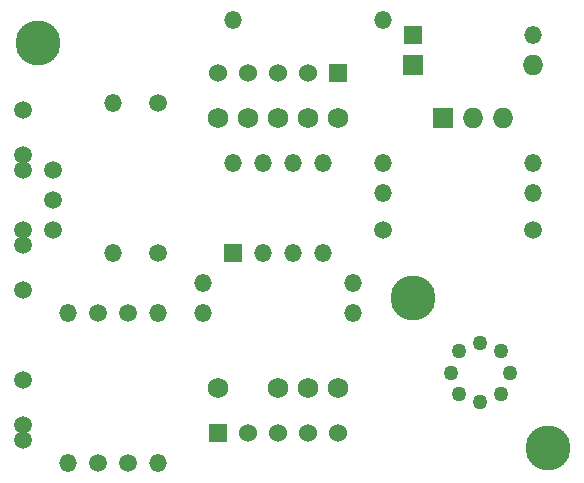
<source format=gts>
G04 (created by PCBNEW (22-Jun-2014 BZR 4027)-stable) date Sun 17 Dec 2017 02:55:52 AM CST*
%MOIN*%
G04 Gerber Fmt 3.4, Leading zero omitted, Abs format*
%FSLAX34Y34*%
G01*
G70*
G90*
G04 APERTURE LIST*
%ADD10C,0.00590551*%
%ADD11C,0.05*%
%ADD12R,0.069X0.069*%
%ADD13O,0.069X0.069*%
%ADD14C,0.059*%
%ADD15R,0.059X0.059*%
%ADD16O,0.059X0.059*%
%ADD17R,0.06X0.06*%
%ADD18C,0.06*%
%ADD19C,0.069*%
%ADD20C,0.15*%
G04 APERTURE END LIST*
G54D10*
G54D11*
X87542Y-58542D03*
X88957Y-58542D03*
X89239Y-59250D03*
X88250Y-58260D03*
X88957Y-59957D03*
X88250Y-60239D03*
X87542Y-59957D03*
X87260Y-59250D03*
G54D12*
X87000Y-50750D03*
G54D13*
X88000Y-50750D03*
X89000Y-50750D03*
G54D14*
X73000Y-52500D03*
X73000Y-50500D03*
X73000Y-52000D03*
X73000Y-54500D03*
X73000Y-56500D03*
X73000Y-55000D03*
X73000Y-61500D03*
X73000Y-59500D03*
X73000Y-61000D03*
G54D15*
X80000Y-55250D03*
G54D16*
X81000Y-55250D03*
X82000Y-55250D03*
X83000Y-55250D03*
X83000Y-52250D03*
X82000Y-52250D03*
X80000Y-52250D03*
X81000Y-52250D03*
G54D17*
X79500Y-61250D03*
G54D18*
X80500Y-61250D03*
X81500Y-61250D03*
X82500Y-61250D03*
X83500Y-61250D03*
G54D19*
X79500Y-59750D03*
X81500Y-59750D03*
X82500Y-59750D03*
X83500Y-59750D03*
G54D17*
X83500Y-49250D03*
G54D18*
X82500Y-49250D03*
X81500Y-49250D03*
X80500Y-49250D03*
X79500Y-49250D03*
G54D19*
X83500Y-50750D03*
X82500Y-50750D03*
X81500Y-50750D03*
X80500Y-50750D03*
X79500Y-50750D03*
G54D15*
X86000Y-48000D03*
G54D16*
X90000Y-48000D03*
G54D12*
X86000Y-49000D03*
G54D13*
X90000Y-49000D03*
G54D16*
X85000Y-52250D03*
X90000Y-52250D03*
X85000Y-53250D03*
X90000Y-53250D03*
G54D14*
X90000Y-54500D03*
X85000Y-54500D03*
G54D16*
X84000Y-56250D03*
X79000Y-56250D03*
X84000Y-57250D03*
X79000Y-57250D03*
X85000Y-47500D03*
X80000Y-47500D03*
G54D14*
X77500Y-50250D03*
X77500Y-55250D03*
G54D16*
X76000Y-55250D03*
X76000Y-50250D03*
X77500Y-57250D03*
X77500Y-62250D03*
G54D14*
X76500Y-57250D03*
X76500Y-62250D03*
X75500Y-57250D03*
X75500Y-62250D03*
G54D16*
X74500Y-62250D03*
X74500Y-57250D03*
G54D14*
X74000Y-52500D03*
X74000Y-54500D03*
X74000Y-53500D03*
G54D20*
X73500Y-48250D03*
X86000Y-56750D03*
X90500Y-61750D03*
M02*

</source>
